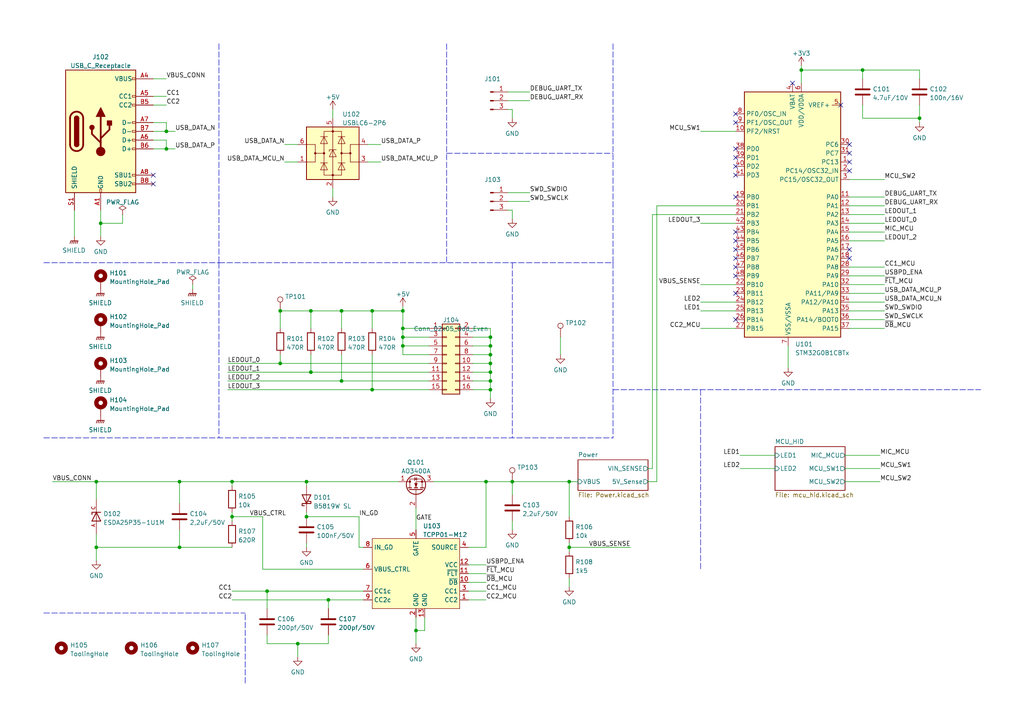
<source format=kicad_sch>
(kicad_sch (version 20211123) (generator eeschema)
  (paper "A4")
  (lib_symbols
    (symbol "Connector:Conn_01x03_Male" (pin_names (offset 1.016) hide)
      (property "Reference" "J" (at 0 5.08 0))
      (property "Value" "Conn_01x03_Male" (at 0 -5.08 0))
      (symbol "Conn_01x03_Male_1_1"
        (polyline (pts (xy 1.27 -2.54) (xy 0.8636 -2.54)) (stroke (width 0.1524)))
        (polyline (pts (xy 1.27 0) (xy 0.8636 0)) (stroke (width 0.1524)))
        (polyline (pts (xy 1.27 2.54) (xy 0.8636 2.54)) (stroke (width 0.1524)))
        (rectangle (start 0.8636 -2.413) (end 0 -2.667) (stroke (width 0.1524)) (fill (type outline)))
        (rectangle (start 0.8636 0.127) (end 0 -0.127) (stroke (width 0.1524)) (fill (type outline)))
        (rectangle (start 0.8636 2.667) (end 0 2.413) (stroke (width 0.1524)) (fill (type outline)))
        (pin passive line (at 5.08 2.54 180) (length 3.81) (name "Pin_1") (number "1"))
        (pin passive line (at 5.08 0 180) (length 3.81) (name "Pin_2") (number "2"))
        (pin passive line (at 5.08 -2.54 180) (length 3.81) (name "Pin_3") (number "3"))
      )
    )
    (symbol "Connector:TestPoint" (pin_numbers hide) (pin_names (offset 0.762) hide)
      (property "Reference" "TP" (at 0 6.858 0))
      (property "Value" "TestPoint" (at 0 5.08 0))
      (symbol "TestPoint_0_1"
        (circle (center 0 3.302) (radius 0.762))
      )
      (symbol "TestPoint_1_1"
        (pin passive line (at 0 0 90) (length 2.54) (name "1") (number "1"))
      )
    )
    (symbol "Connector:USB_C_Receptacle_USB2.0" (pin_names (offset 1.016))
      (property "Reference" "J" (at -10.16 19.05 0))
      (property "Value" "USB_C_Receptacle_USB2.0" (at 19.05 19.05 0))
      (symbol "USB_C_Receptacle_USB2.0_0_0"
        (rectangle (start -0.254 -17.78) (end 0.254 -16.764))
        (rectangle (start 10.16 -14.986) (end 9.144 -15.494))
        (rectangle (start 10.16 -12.446) (end 9.144 -12.954))
        (rectangle (start 10.16 -4.826) (end 9.144 -5.334))
        (rectangle (start 10.16 -2.286) (end 9.144 -2.794))
        (rectangle (start 10.16 0.254) (end 9.144 -0.254))
        (rectangle (start 10.16 2.794) (end 9.144 2.286))
        (rectangle (start 10.16 7.874) (end 9.144 7.366))
        (rectangle (start 10.16 10.414) (end 9.144 9.906))
        (rectangle (start 10.16 15.494) (end 9.144 14.986))
      )
      (symbol "USB_C_Receptacle_USB2.0_0_1"
        (rectangle (start -10.16 17.78) (end 10.16 -17.78) (stroke (width 0.254)) (fill (type background)))
        (arc (start -8.89 -3.81) (mid -6.985 -5.715) (end -5.08 -3.81) (stroke (width 0.508)))
        (arc (start -7.62 -3.81) (mid -6.985 -4.445) (end -6.35 -3.81) (stroke (width 0.254)))
        (arc (start -7.62 -3.81) (mid -6.985 -4.445) (end -6.35 -3.81) (stroke (width 0.254)) (fill (type outline)))
        (rectangle (start -7.62 -3.81) (end -6.35 3.81) (stroke (width 0.254)) (fill (type outline)))
        (arc (start -6.35 3.81) (mid -6.985 4.445) (end -7.62 3.81) (stroke (width 0.254)))
        (arc (start -6.35 3.81) (mid -6.985 4.445) (end -7.62 3.81) (stroke (width 0.254)) (fill (type outline)))
        (arc (start -5.08 3.81) (mid -6.985 5.715) (end -8.89 3.81) (stroke (width 0.508)))
        (circle (center -2.54 1.143) (radius 0.635) (stroke (width 0.254)) (fill (type outline)))
        (circle (center 0 -5.842) (radius 1.27) (fill (type outline)))
        (polyline (pts (xy -8.89 -3.81) (xy -8.89 3.81)) (stroke (width 0.508)))
        (polyline (pts (xy -5.08 3.81) (xy -5.08 -3.81)) (stroke (width 0.508)))
        (polyline (pts (xy 0 -5.842) (xy 0 4.318)) (stroke (width 0.508)))
        (polyline (pts (xy 0 -3.302) (xy -2.54 -0.762) (xy -2.54 0.508)) (stroke (width 0.508)))
        (polyline (pts (xy 0 -2.032) (xy 2.54 0.508) (xy 2.54 1.778)) (stroke (width 0.508)))
        (polyline (pts (xy -1.27 4.318) (xy 0 6.858) (xy 1.27 4.318) (xy -1.27 4.318)) (stroke (width 0.254)) (fill (type outline)))
        (rectangle (start 1.905 1.778) (end 3.175 3.048) (stroke (width 0.254)) (fill (type outline)))
      )
      (symbol "USB_C_Receptacle_USB2.0_1_1"
        (pin passive line (at 0 -22.86 90) (length 5.08) (name "GND") (number "A1"))
        (pin passive line (at 0 -22.86 90) (length 5.08) hide (name "GND") (number "A12"))
        (pin passive line (at 15.24 15.24 180) (length 5.08) (name "VBUS") (number "A4"))
        (pin bidirectional line (at 15.24 10.16 180) (length 5.08) (name "CC1") (number "A5"))
        (pin bidirectional line (at 15.24 -2.54 180) (length 5.08) (name "D+") (number "A6"))
        (pin bidirectional line (at 15.24 2.54 180) (length 5.08) (name "D-") (number "A7"))
        (pin bidirectional line (at 15.24 -12.7 180) (length 5.08) (name "SBU1") (number "A8"))
        (pin passive line (at 15.24 15.24 180) (length 5.08) hide (name "VBUS") (number "A9"))
        (pin passive line (at 0 -22.86 90) (length 5.08) hide (name "GND") (number "B1"))
        (pin passive line (at 0 -22.86 90) (length 5.08) hide (name "GND") (number "B12"))
        (pin passive line (at 15.24 15.24 180) (length 5.08) hide (name "VBUS") (number "B4"))
        (pin bidirectional line (at 15.24 7.62 180) (length 5.08) (name "CC2") (number "B5"))
        (pin bidirectional line (at 15.24 -5.08 180) (length 5.08) (name "D+") (number "B6"))
        (pin bidirectional line (at 15.24 0 180) (length 5.08) (name "D-") (number "B7"))
        (pin bidirectional line (at 15.24 -15.24 180) (length 5.08) (name "SBU2") (number "B8"))
        (pin passive line (at 15.24 15.24 180) (length 5.08) hide (name "VBUS") (number "B9"))
        (pin passive line (at -7.62 -22.86 90) (length 5.08) (name "SHIELD") (number "S1"))
      )
    )
    (symbol "Connector_Generic:Conn_02x08_Odd_Even" (pin_names (offset 1.016) hide)
      (property "Reference" "J" (at 1.27 10.16 0))
      (property "Value" "Conn_02x08_Odd_Even" (at 1.27 -12.7 0))
      (symbol "Conn_02x08_Odd_Even_1_1"
        (rectangle (start -1.27 -10.033) (end 0 -10.287) (stroke (width 0.1524)))
        (rectangle (start -1.27 -7.493) (end 0 -7.747) (stroke (width 0.1524)))
        (rectangle (start -1.27 -4.953) (end 0 -5.207) (stroke (width 0.1524)))
        (rectangle (start -1.27 -2.413) (end 0 -2.667) (stroke (width 0.1524)))
        (rectangle (start -1.27 0.127) (end 0 -0.127) (stroke (width 0.1524)))
        (rectangle (start -1.27 2.667) (end 0 2.413) (stroke (width 0.1524)))
        (rectangle (start -1.27 5.207) (end 0 4.953) (stroke (width 0.1524)))
        (rectangle (start -1.27 7.747) (end 0 7.493) (stroke (width 0.1524)))
        (rectangle (start -1.27 8.89) (end 3.81 -11.43) (stroke (width 0.254)) (fill (type background)))
        (rectangle (start 3.81 -10.033) (end 2.54 -10.287) (stroke (width 0.1524)))
        (rectangle (start 3.81 -7.493) (end 2.54 -7.747) (stroke (width 0.1524)))
        (rectangle (start 3.81 -4.953) (end 2.54 -5.207) (stroke (width 0.1524)))
        (rectangle (start 3.81 -2.413) (end 2.54 -2.667) (stroke (width 0.1524)))
        (rectangle (start 3.81 0.127) (end 2.54 -0.127) (stroke (width 0.1524)))
        (rectangle (start 3.81 2.667) (end 2.54 2.413) (stroke (width 0.1524)))
        (rectangle (start 3.81 5.207) (end 2.54 4.953) (stroke (width 0.1524)))
        (rectangle (start 3.81 7.747) (end 2.54 7.493) (stroke (width 0.1524)))
        (pin passive line (at -5.08 7.62 0) (length 3.81) (name "Pin_1") (number "1"))
        (pin passive line (at 7.62 -2.54 180) (length 3.81) (name "Pin_10") (number "10"))
        (pin passive line (at -5.08 -5.08 0) (length 3.81) (name "Pin_11") (number "11"))
        (pin passive line (at 7.62 -5.08 180) (length 3.81) (name "Pin_12") (number "12"))
        (pin passive line (at -5.08 -7.62 0) (length 3.81) (name "Pin_13") (number "13"))
        (pin passive line (at 7.62 -7.62 180) (length 3.81) (name "Pin_14") (number "14"))
        (pin passive line (at -5.08 -10.16 0) (length 3.81) (name "Pin_15") (number "15"))
        (pin passive line (at 7.62 -10.16 180) (length 3.81) (name "Pin_16") (number "16"))
        (pin passive line (at 7.62 7.62 180) (length 3.81) (name "Pin_2") (number "2"))
        (pin passive line (at -5.08 5.08 0) (length 3.81) (name "Pin_3") (number "3"))
        (pin passive line (at 7.62 5.08 180) (length 3.81) (name "Pin_4") (number "4"))
        (pin passive line (at -5.08 2.54 0) (length 3.81) (name "Pin_5") (number "5"))
        (pin passive line (at 7.62 2.54 180) (length 3.81) (name "Pin_6") (number "6"))
        (pin passive line (at -5.08 0 0) (length 3.81) (name "Pin_7") (number "7"))
        (pin passive line (at 7.62 0 180) (length 3.81) (name "Pin_8") (number "8"))
        (pin passive line (at -5.08 -2.54 0) (length 3.81) (name "Pin_9") (number "9"))
      )
    )
    (symbol "Device:C" (pin_numbers hide) (pin_names (offset 0.254))
      (property "Reference" "C" (at 0.635 2.54 0))
      (property "Value" "C" (at 0.635 -2.54 0))
      (symbol "C_0_1"
        (polyline (pts (xy -2.032 -0.762) (xy 2.032 -0.762)) (stroke (width 0.508)))
        (polyline (pts (xy -2.032 0.762) (xy 2.032 0.762)) (stroke (width 0.508)))
      )
      (symbol "C_1_1"
        (pin passive line (at 0 3.81 270) (length 2.794) (name "~") (number "1"))
        (pin passive line (at 0 -3.81 90) (length 2.794) (name "~") (number "2"))
      )
    )
    (symbol "Device:D_Schottky" (pin_numbers hide) (pin_names (offset 1.016) hide)
      (property "Reference" "D" (at 0 2.54 0))
      (property "Value" "D_Schottky" (at 0 -2.54 0))
      (symbol "D_Schottky_0_1"
        (polyline (pts (xy 1.27 0) (xy -1.27 0)))
        (polyline (pts (xy 1.27 1.27) (xy 1.27 -1.27) (xy -1.27 0) (xy 1.27 1.27)) (stroke (width 0.254)))
        (polyline (pts (xy -1.905 0.635) (xy -1.905 1.27) (xy -1.27 1.27) (xy -1.27 -1.27) (xy -0.635 -1.27) (xy -0.635 -0.635)) (stroke (width 0.254)))
      )
      (symbol "D_Schottky_1_1"
        (pin passive line (at -3.81 0 0) (length 2.54) (name "K") (number "1"))
        (pin passive line (at 3.81 0 180) (length 2.54) (name "A") (number "2"))
      )
    )
    (symbol "Device:Q_NMOS_DGS" (pin_names (offset 0) hide)
      (property "Reference" "Q" (at 5.08 1.27 0))
      (property "Value" "Q_NMOS_DGS" (at 5.08 -1.27 0))
      (symbol "Q_NMOS_DGS_0_1"
        (polyline (pts (xy 0.254 0) (xy -2.54 0)))
        (polyline (pts (xy 0.254 1.905) (xy 0.254 -1.905)) (stroke (width 0.254)))
        (polyline (pts (xy 0.762 -1.27) (xy 0.762 -2.286)) (stroke (width 0.254)))
        (polyline (pts (xy 0.762 0.508) (xy 0.762 -0.508)) (stroke (width 0.254)))
        (polyline (pts (xy 0.762 2.286) (xy 0.762 1.27)) (stroke (width 0.254)))
        (polyline (pts (xy 2.54 2.54) (xy 2.54 1.778)))
        (polyline (pts (xy 2.54 -2.54) (xy 2.54 0) (xy 0.762 0)))
        (polyline (pts (xy 0.762 -1.778) (xy 3.302 -1.778) (xy 3.302 1.778) (xy 0.762 1.778)))
        (polyline (pts (xy 1.016 0) (xy 2.032 0.381) (xy 2.032 -0.381) (xy 1.016 0)) (fill (type outline)))
        (polyline (pts (xy 2.794 0.508) (xy 2.921 0.381) (xy 3.683 0.381) (xy 3.81 0.254)))
        (polyline (pts (xy 3.302 0.381) (xy 2.921 -0.254) (xy 3.683 -0.254) (xy 3.302 0.381)))
        (circle (center 1.651 0) (radius 2.794) (stroke (width 0.254)))
        (circle (center 2.54 -1.778) (radius 0.254) (fill (type outline)))
        (circle (center 2.54 1.778) (radius 0.254) (fill (type outline)))
      )
      (symbol "Q_NMOS_DGS_1_1"
        (pin passive line (at 2.54 5.08 270) (length 2.54) (name "D") (number "1"))
        (pin input line (at -5.08 0 0) (length 2.54) (name "G") (number "2"))
        (pin passive line (at 2.54 -5.08 90) (length 2.54) (name "S") (number "3"))
      )
    )
    (symbol "Device:R" (pin_numbers hide) (pin_names (offset 0))
      (property "Reference" "R" (at 2.032 0 90))
      (property "Value" "R" (at 0 0 90))
      (symbol "R_0_1"
        (rectangle (start -1.016 -2.54) (end 1.016 2.54) (stroke (width 0.254)))
      )
      (symbol "R_1_1"
        (pin passive line (at 0 3.81 270) (length 1.27) (name "~") (number "1"))
        (pin passive line (at 0 -3.81 90) (length 1.27) (name "~") (number "2"))
      )
    )
    (symbol "Mechanical:MountingHole" (pin_names (offset 1.016))
      (property "Reference" "H" (at 0 5.08 0))
      (property "Value" "MountingHole" (at 0 3.175 0))
      (symbol "MountingHole_0_1"
        (circle (center 0 0) (radius 1.27) (stroke (width 1.27)))
      )
    )
    (symbol "Mechanical:MountingHole_Pad" (pin_numbers hide) (pin_names (offset 1.016) hide)
      (property "Reference" "H" (at 0 6.35 0))
      (property "Value" "MountingHole_Pad" (at 0 4.445 0))
      (symbol "MountingHole_Pad_0_1"
        (circle (center 0 1.27) (radius 1.27) (stroke (width 1.27)))
      )
      (symbol "MountingHole_Pad_1_1"
        (pin input line (at 0 -2.54 90) (length 2.54) (name "1") (number "1"))
      )
    )
    (symbol "Power_Protection:USBLC6-2P6" (pin_names hide)
      (property "Reference" "U" (at 2.54 8.89 0))
      (property "Value" "USBLC6-2P6" (at 2.54 -8.89 0))
      (symbol "USBLC6-2P6_0_1"
        (rectangle (start -7.62 -7.62) (end 7.62 7.62) (stroke (width 0.254)) (fill (type background)))
        (circle (center -5.08 0) (radius 0.254) (fill (type outline)))
        (circle (center -2.54 0) (radius 0.254) (fill (type outline)))
        (rectangle (start -2.54 6.35) (end 2.54 -6.35))
        (circle (center 0 -6.35) (radius 0.254) (fill (type outline)))
        (polyline (pts (xy -5.08 -2.54) (xy -7.62 -2.54)))
        (polyline (pts (xy -5.08 0) (xy -5.08 -2.54)))
        (polyline (pts (xy -5.08 2.54) (xy -7.62 2.54)))
        (polyline (pts (xy -1.524 -2.794) (xy -3.556 -2.794)))
        (polyline (pts (xy -1.524 4.826) (xy -3.556 4.826)))
        (polyline (pts (xy 0 -7.62) (xy 0 -6.35)))
        (polyline (pts (xy 0 -6.35) (xy 0 1.27)))
        (polyline (pts (xy 0 1.27) (xy 0 6.35)))
        (polyline (pts (xy 0 6.35) (xy 0 7.62)))
        (polyline (pts (xy 1.524 -2.794) (xy 3.556 -2.794)))
        (polyline (pts (xy 1.524 4.826) (xy 3.556 4.826)))
        (polyline (pts (xy 5.08 -2.54) (xy 7.62 -2.54)))
        (polyline (pts (xy 5.08 0) (xy 5.08 -2.54)))
        (polyline (pts (xy 5.08 2.54) (xy 7.62 2.54)))
        (polyline (pts (xy -2.54 0) (xy -5.08 0) (xy -5.08 2.54)))
        (polyline (pts (xy 2.54 0) (xy 5.08 0) (xy 5.08 2.54)))
        (polyline (pts (xy -3.556 -4.826) (xy -1.524 -4.826) (xy -2.54 -2.794) (xy -3.556 -4.826)))
        (polyline (pts (xy -3.556 2.794) (xy -1.524 2.794) (xy -2.54 4.826) (xy -3.556 2.794)))
        (polyline (pts (xy -1.016 -1.016) (xy 1.016 -1.016) (xy 0 1.016) (xy -1.016 -1.016)))
        (polyline (pts (xy 1.016 1.016) (xy 0.762 1.016) (xy -1.016 1.016) (xy -1.016 0.508)))
        (polyline (pts (xy 3.556 -4.826) (xy 1.524 -4.826) (xy 2.54 -2.794) (xy 3.556 -4.826)))
        (polyline (pts (xy 3.556 2.794) (xy 1.524 2.794) (xy 2.54 4.826) (xy 3.556 2.794)))
        (circle (center 0 6.35) (radius 0.254) (fill (type outline)))
        (circle (center 2.54 0) (radius 0.254) (fill (type outline)))
        (circle (center 5.08 0) (radius 0.254) (fill (type outline)))
      )
      (symbol "USBLC6-2P6_1_1"
        (pin passive line (at -10.16 -2.54 0) (length 2.54) (name "I/O1") (number "1"))
        (pin passive line (at 0 -10.16 90) (length 2.54) (name "GND") (number "2"))
        (pin passive line (at 10.16 -2.54 180) (length 2.54) (name "I/O2") (number "3"))
        (pin passive line (at 10.16 2.54 180) (length 2.54) (name "I/O2") (number "4"))
        (pin passive line (at 0 10.16 270) (length 2.54) (name "VBUS") (number "5"))
        (pin passive line (at -10.16 2.54 0) (length 2.54) (name "I/O1") (number "6"))
      )
    )
    (symbol "Skrooter_symbols:ESDA25P35-1U1M" (pin_names (offset 1.016))
      (property "Reference" "D" (at -5.0835 2.4159 0))
      (property "Value" "ESDA25P35-1U1M" (at -5.0854 -4.9611 0))
      (symbol "ESDA25P35-1U1M_0_0"
        (polyline (pts (xy -1.27 -1.27) (xy -1.27 0)) (stroke (width 0.254)))
        (polyline (pts (xy -1.27 0) (xy -1.27 1.27)) (stroke (width 0.254)))
        (polyline (pts (xy -1.27 0) (xy 1.27 -1.27)) (stroke (width 0.254)))
        (polyline (pts (xy -0.635 -1.27) (xy -1.27 -1.27)) (stroke (width 0.254)))
        (polyline (pts (xy 1.27 -1.27) (xy 1.27 1.27)) (stroke (width 0.254)))
        (polyline (pts (xy 1.27 1.27) (xy -1.27 0)) (stroke (width 0.254)))
        (pin passive line (at 5.08 0 180) (length 5.08) (name "~") (number "A"))
        (pin passive line (at -5.08 0 0) (length 5.08) (name "~") (number "C"))
      )
    )
    (symbol "Skrooter_symbols:SHIELD" (power) (pin_names (offset 0))
      (property "Value" "SHIELD" (at 0 -3.302 0))
      (symbol "SHIELD_0_1"
        (polyline (pts (xy 0 -1.27) (xy 0 0)))
        (polyline (pts (xy -1.016 -1.27) (xy -1.27 -2.032) (xy -1.27 -2.032)) (stroke (width 0.2032)))
        (polyline (pts (xy -0.508 -1.27) (xy -0.762 -2.032) (xy -0.762 -2.032)) (stroke (width 0.2032)))
        (polyline (pts (xy 0 -1.27) (xy -0.254 -2.032) (xy -0.254 -2.032)) (stroke (width 0.2032)))
        (polyline (pts (xy 0.508 -1.27) (xy 0.254 -2.032) (xy 0.254 -2.032)) (stroke (width 0.2032)))
        (polyline (pts (xy 1.016 -1.27) (xy -1.016 -1.27) (xy -1.016 -1.27)) (stroke (width 0.2032)))
        (polyline (pts (xy 1.016 -1.27) (xy 0.762 -2.032) (xy 0.762 -2.032) (xy 0.762 -2.032)) (stroke (width 0.2032)))
      )
      (symbol "SHIELD_1_1"
        (pin power_in line (at 0 0 270) (length 0) hide (name "SHIELD") (number "1"))
      )
    )
    (symbol "Skrooter_symbols:STM32G0B1CBTx"
      (property "Reference" "U" (at -22.86 -72.39 0))
      (property "Value" "STM32G0B1CBTx" (at -20.32 2.54 0))
      (symbol "STM32G0B1CBTx_0_1"
        (rectangle (start -22.86 -71.12) (end 5.08 0) (stroke (width 0.254)) (fill (type background)))
      )
      (symbol "STM32G0B1CBTx_1_1"
        (pin bidirectional line (at 7.62 -20.32 180) (length 2.54) (name "PC13") (number "1"))
        (pin input line (at -25.4 -11.43 0) (length 2.54) (name "PF2/NRST") (number "10"))
        (pin bidirectional line (at 7.62 -30.48 180) (length 2.54) (name "PA0") (number "11"))
        (pin bidirectional line (at 7.62 -33.02 180) (length 2.54) (name "PA1") (number "12"))
        (pin bidirectional line (at 7.62 -35.56 180) (length 2.54) (name "PA2") (number "13"))
        (pin bidirectional line (at 7.62 -38.1 180) (length 2.54) (name "PA3") (number "14"))
        (pin bidirectional line (at 7.62 -40.64 180) (length 2.54) (name "PA4") (number "15"))
        (pin bidirectional line (at 7.62 -43.18 180) (length 2.54) (name "PA5") (number "16"))
        (pin bidirectional line (at 7.62 -45.72 180) (length 2.54) (name "PA6") (number "17"))
        (pin bidirectional line (at 7.62 -48.26 180) (length 2.54) (name "PA7") (number "18"))
        (pin bidirectional line (at -25.4 -30.48 0) (length 2.54) (name "PB0") (number "19"))
        (pin bidirectional line (at 7.62 -22.86 180) (length 2.54) (name "PC14/OSC32_IN") (number "2"))
        (pin bidirectional line (at -25.4 -33.02 0) (length 2.54) (name "PB1") (number "20"))
        (pin bidirectional line (at -25.4 -35.56 0) (length 2.54) (name "PB2") (number "21"))
        (pin bidirectional line (at -25.4 -55.88 0) (length 2.54) (name "PB10") (number "22"))
        (pin bidirectional line (at -25.4 -58.42 0) (length 2.54) (name "PB11") (number "23"))
        (pin bidirectional line (at -25.4 -60.96 0) (length 2.54) (name "PB12") (number "24"))
        (pin bidirectional line (at -25.4 -63.5 0) (length 2.54) (name "PB13") (number "25"))
        (pin bidirectional line (at -25.4 -66.04 0) (length 2.54) (name "PB14") (number "26"))
        (pin bidirectional line (at -25.4 -68.58 0) (length 2.54) (name "PB15") (number "27"))
        (pin bidirectional line (at 7.62 -50.8 180) (length 2.54) (name "PA8") (number "28"))
        (pin bidirectional line (at 7.62 -53.34 180) (length 2.54) (name "PA9") (number "29"))
        (pin bidirectional line (at 7.62 -25.4 180) (length 2.54) (name "PC15/OSC32_OUT") (number "3"))
        (pin bidirectional line (at 7.62 -15.24 180) (length 2.54) (name "PC6") (number "30"))
        (pin bidirectional line (at 7.62 -17.78 180) (length 2.54) (name "PC7") (number "31"))
        (pin bidirectional line (at 7.62 -55.88 180) (length 2.54) (name "PA10") (number "32"))
        (pin bidirectional line (at 7.62 -58.42 180) (length 2.54) (name "PA11/PA9") (number "33"))
        (pin bidirectional line (at 7.62 -60.96 180) (length 2.54) (name "PA12/PA10") (number "34"))
        (pin bidirectional line (at 7.62 -63.5 180) (length 2.54) (name "PA13") (number "35"))
        (pin bidirectional line (at 7.62 -66.04 180) (length 2.54) (name "PA14/BOOT0") (number "36"))
        (pin bidirectional line (at 7.62 -68.58 180) (length 2.54) (name "PA15") (number "37"))
        (pin bidirectional line (at -25.4 -16.51 0) (length 2.54) (name "PD0") (number "38"))
        (pin bidirectional line (at -25.4 -19.05 0) (length 2.54) (name "PD1") (number "39"))
        (pin power_in line (at -8.89 2.54 270) (length 2.54) (name "VBAT") (number "4"))
        (pin bidirectional line (at -25.4 -21.59 0) (length 2.54) (name "PD2") (number "40"))
        (pin bidirectional line (at -25.4 -24.13 0) (length 2.54) (name "PD3") (number "41"))
        (pin bidirectional line (at -25.4 -38.1 0) (length 2.54) (name "PB3") (number "42"))
        (pin bidirectional line (at -25.4 -40.64 0) (length 2.54) (name "PB4") (number "43"))
        (pin bidirectional line (at -25.4 -43.18 0) (length 2.54) (name "PB5") (number "44"))
        (pin bidirectional line (at -25.4 -45.72 0) (length 2.54) (name "PB6") (number "45"))
        (pin bidirectional line (at -25.4 -48.26 0) (length 2.54) (name "PB7") (number "46"))
        (pin bidirectional line (at -25.4 -50.8 0) (length 2.54) (name "PB8") (number "47"))
        (pin bidirectional line (at -25.4 -53.34 0) (length 2.54) (name "PB9") (number "48"))
        (pin bidirectional line (at 5.08 -3.81 180) (length 2.54) (name "VREF+") (number "5"))
        (pin power_in line (at -6.35 2.54 270) (length 2.54) (name "VDD/VDDA") (number "6"))
        (pin power_in line (at -10.16 -73.66 90) (length 2.54) (name "VSS/VSSA") (number "7"))
        (pin input line (at -25.4 -6.35 0) (length 2.54) (name "PF0/OSC_IN") (number "8"))
        (pin input line (at -25.4 -8.89 0) (length 2.54) (name "PF1/OSC_OUT") (number "9"))
      )
    )
    (symbol "Skrooter_symbols:TCPP01-M12"
      (property "Reference" "U" (at -11.43 1.27 0))
      (property "Value" "TCPP01-M12" (at 7.62 1.27 0))
      (symbol "TCPP01-M12_0_1"
        (rectangle (start -12.7 0) (end 12.7 -20.32) (stroke (width 0.1524)) (fill (type background)))
      )
      (symbol "TCPP01-M12_1_1"
        (pin bidirectional line (at 15.24 -17.78 180) (length 2.54) (name "CC2") (number "1"))
        (pin input line (at 15.24 -12.7 180) (length 2.54) (name "~{DB}") (number "10"))
        (pin output line (at 15.24 -10.16 180) (length 2.54) (name "~{FLT}") (number "11"))
        (pin input line (at 15.24 -7.62 180) (length 2.54) (name "VCC") (number "12"))
        (pin power_in line (at 2.54 -22.86 90) (length 2.54) (name "GND") (number "13"))
        (pin power_in line (at 0 -22.86 90) (length 2.54) (name "GND") (number "2"))
        (pin bidirectional line (at 15.24 -15.24 180) (length 2.54) (name "CC1") (number "3"))
        (pin input line (at 15.24 -2.54 180) (length 2.54) (name "SOURCE") (number "4"))
        (pin output line (at 0 2.54 270) (length 2.54) (name "GATE") (number "5"))
        (pin input line (at -15.24 -8.89 0) (length 2.54) (name "VBUS_CTRL") (number "6"))
        (pin bidirectional line (at -15.24 -15.24 0) (length 2.54) (name "CC1c") (number "7"))
        (pin input line (at -15.24 -2.54 0) (length 2.54) (name "IN_GD") (number "8"))
        (pin bidirectional line (at -15.24 -17.78 0) (length 2.54) (name "CC2c") (number "9"))
      )
    )
    (symbol "power:+3V3" (power) (pin_names (offset 0))
      (property "Value" "+3V3" (at 0 3.556 0))
      (symbol "+3V3_0_1"
        (polyline (pts (xy -0.762 1.27) (xy 0 2.54)))
        (polyline (pts (xy 0 0) (xy 0 2.54)))
        (polyline (pts (xy 0 2.54) (xy 0.762 1.27)))
      )
      (symbol "+3V3_1_1"
        (pin power_in line (at 0 0 90) (length 0) hide (name "+3V3") (number "1"))
      )
    )
    (symbol "power:+5V" (power) (pin_names (offset 0))
      (property "Value" "+5V" (at 0 3.556 0))
      (symbol "+5V_0_1"
        (polyline (pts (xy -0.762 1.27) (xy 0 2.54)))
        (polyline (pts (xy 0 0) (xy 0 2.54)))
        (polyline (pts (xy 0 2.54) (xy 0.762 1.27)))
      )
      (symbol "+5V_1_1"
        (pin power_in line (at 0 0 90) (length 0) hide (name "+5V") (number "1"))
      )
    )
    (symbol "power:GND" (power) (pin_names (offset 0))
      (property "Value" "GND" (at 0 -3.81 0))
      (symbol "GND_0_1"
        (polyline (pts (xy 0 0) (xy 0 -1.27) (xy 1.27 -1.27) (xy 0 -2.54) (xy -1.27 -1.27) (xy 0 -1.27)))
      )
      (symbol "GND_1_1"
        (pin power_in line (at 0 0 270) (length 0) hide (name "GND") (number "1"))
      )
    )
    (symbol "power:PWR_FLAG" (power) (pin_numbers hide) (pin_names (offset 0) hide)
      (property "Value" "PWR_FLAG" (at 0 3.81 0))
      (symbol "PWR_FLAG_0_0"
        (pin power_out line (at 0 0 90) (length 0) (name "pwr") (number "1"))
      )
      (symbol "PWR_FLAG_0_1"
        (polyline (pts (xy 0 0) (xy 0 1.27) (xy -1.016 1.905) (xy 0 2.54) (xy 1.016 1.905) (xy 0 1.27)))
      )
    )
  )
  (junction (at 116.84 90.17))
  (junction (at 165.1 158.75))
  (junction (at 48.26 38.1))
  (junction (at 250.19 20.32))
  (junction (at 86.36 186.69))
  (junction (at 99.06 90.17))
  (junction (at 99.06 110.49))
  (junction (at 142.24 107.95))
  (junction (at 140.97 139.7))
  (junction (at 88.9 149.86))
  (junction (at 81.28 105.41))
  (junction (at 88.9 139.7))
  (junction (at 232.41 20.32))
  (junction (at 165.1 139.7))
  (junction (at 266.7 34.29))
  (junction (at 27.94 158.75))
  (junction (at 90.17 107.95))
  (junction (at 120.65 182.88))
  (junction (at 142.24 105.41))
  (junction (at 107.95 90.17))
  (junction (at 95.25 173.99))
  (junction (at 67.31 149.86))
  (junction (at 52.07 158.75))
  (junction (at 142.24 110.49))
  (junction (at 142.24 113.03))
  (junction (at 90.17 90.17))
  (junction (at 116.84 100.33))
  (junction (at 52.07 139.7))
  (junction (at 142.24 100.33))
  (junction (at 116.84 97.79))
  (junction (at 29.21 64.77))
  (junction (at 107.95 113.03))
  (junction (at 148.59 139.7))
  (junction (at 67.31 139.7))
  (junction (at 116.84 95.25))
  (junction (at 142.24 97.79))
  (junction (at 48.26 43.18))
  (junction (at 81.28 90.17))
  (junction (at 142.24 102.87))
  (junction (at 77.47 171.45))
  (junction (at 27.94 139.7))
  (no_connect (at 213.36 85.09))
  (no_connect (at 246.38 74.93))
  (no_connect (at 213.36 48.26))
  (no_connect (at 44.45 50.8))
  (no_connect (at 213.36 43.18))
  (no_connect (at 246.38 44.45))
  (no_connect (at 213.36 80.01))
  (no_connect (at 213.36 74.93))
  (no_connect (at 213.36 57.15))
  (no_connect (at 246.38 46.99))
  (no_connect (at 246.38 49.53))
  (no_connect (at 246.38 72.39))
  (no_connect (at 213.36 67.31))
  (no_connect (at 213.36 45.72))
  (no_connect (at 213.36 33.02))
  (no_connect (at 213.36 77.47))
  (no_connect (at 213.36 92.71))
  (no_connect (at 213.36 72.39))
  (no_connect (at 229.87 24.13))
  (no_connect (at 44.45 53.34))
  (no_connect (at 213.36 50.8))
  (no_connect (at 213.36 69.85))
  (no_connect (at 213.36 35.56))
  (no_connect (at 246.38 41.91))
  (no_connect (at 243.84 30.48))
  (wire (pts (xy 44.45 40.64) (xy 48.26 40.64)))
  (wire (pts (xy 27.94 154.94) (xy 27.94 158.75)))
  (wire (pts (xy 245.11 139.7) (xy 255.27 139.7)))
  (wire (pts (xy 107.95 113.03) (xy 124.46 113.03)))
  (wire (pts (xy 48.26 27.94) (xy 44.45 27.94)))
  (wire (pts (xy 246.38 85.09) (xy 256.54 85.09)))
  (wire (pts (xy 232.41 20.32) (xy 232.41 24.13)))
  (wire (pts (xy 142.24 105.41) (xy 142.24 107.95)))
  (wire (pts (xy 190.5 59.69) (xy 190.5 139.7)))
  (wire (pts (xy 246.38 64.77) (xy 256.54 64.77)))
  (wire (pts (xy 142.24 110.49) (xy 142.24 113.03)))
  (wire (pts (xy 52.07 153.67) (xy 52.07 158.75)))
  (wire (pts (xy 148.59 139.7) (xy 165.1 139.7)))
  (wire (pts (xy 29.21 64.77) (xy 35.56 64.77)))
  (wire (pts (xy 120.65 147.32) (xy 120.65 153.67)))
  (wire (pts (xy 77.47 186.69) (xy 77.47 184.15)))
  (wire (pts (xy 99.06 90.17) (xy 99.06 95.25)))
  (wire (pts (xy 165.1 139.7) (xy 167.64 139.7)))
  (wire (pts (xy 77.47 171.45) (xy 105.41 171.45)))
  (wire (pts (xy 213.36 38.1) (xy 203.2 38.1)))
  (wire (pts (xy 250.19 20.32) (xy 250.19 22.86)))
  (wire (pts (xy 116.84 95.25) (xy 116.84 97.79)))
  (wire (pts (xy 96.52 54.61) (xy 96.52 57.15)))
  (wire (pts (xy 165.1 167.64) (xy 165.1 170.18)))
  (wire (pts (xy 203.2 95.25) (xy 213.36 95.25)))
  (wire (pts (xy 213.36 64.77) (xy 203.2 64.77)))
  (wire (pts (xy 88.9 139.7) (xy 88.9 140.97)))
  (wire (pts (xy 213.36 82.55) (xy 203.2 82.55)))
  (wire (pts (xy 148.59 60.96) (xy 148.59 63.5)))
  (wire (pts (xy 140.97 139.7) (xy 148.59 139.7)))
  (wire (pts (xy 48.26 30.48) (xy 44.45 30.48)))
  (wire (pts (xy 135.89 168.91) (xy 140.97 168.91)))
  (wire (pts (xy 67.31 149.86) (xy 67.31 151.13)))
  (wire (pts (xy 147.32 55.88) (xy 153.67 55.88)))
  (wire (pts (xy 21.59 60.96) (xy 21.59 68.58)))
  (wire (pts (xy 120.65 182.88) (xy 123.19 182.88)))
  (wire (pts (xy 137.16 95.25) (xy 142.24 95.25)))
  (wire (pts (xy 148.59 31.75) (xy 148.59 34.29)))
  (wire (pts (xy 27.94 162.56) (xy 27.94 158.75)))
  (wire (pts (xy 52.07 139.7) (xy 52.07 146.05)))
  (wire (pts (xy 250.19 20.32) (xy 266.7 20.32)))
  (wire (pts (xy 99.06 102.87) (xy 99.06 110.49)))
  (wire (pts (xy 82.55 46.99) (xy 86.36 46.99)))
  (wire (pts (xy 67.31 139.7) (xy 67.31 140.97)))
  (wire (pts (xy 137.16 107.95) (xy 142.24 107.95)))
  (wire (pts (xy 81.28 90.17) (xy 81.28 95.25)))
  (wire (pts (xy 137.16 110.49) (xy 142.24 110.49)))
  (wire (pts (xy 190.5 139.7) (xy 187.96 139.7)))
  (wire (pts (xy 55.88 83.82) (xy 55.88 82.55)))
  (wire (pts (xy 27.94 158.75) (xy 52.07 158.75)))
  (wire (pts (xy 67.31 173.99) (xy 95.25 173.99)))
  (wire (pts (xy 147.32 60.96) (xy 148.59 60.96)))
  (wire (pts (xy 137.16 105.41) (xy 142.24 105.41)))
  (wire (pts (xy 48.26 43.18) (xy 44.45 43.18)))
  (wire (pts (xy 124.46 97.79) (xy 116.84 97.79)))
  (wire (pts (xy 125.73 139.7) (xy 140.97 139.7)))
  (wire (pts (xy 245.11 135.89) (xy 255.27 135.89)))
  (wire (pts (xy 67.31 139.7) (xy 88.9 139.7)))
  (polyline (pts (xy 177.8 12.7) (xy 177.8 76.2)))
  (wire (pts (xy 213.36 62.23) (xy 189.23 62.23)))
  (polyline (pts (xy 177.8 76.2) (xy 177.8 127)))
  (wire (pts (xy 142.24 107.95) (xy 142.24 110.49)))
  (wire (pts (xy 88.9 149.86) (xy 104.14 149.86)))
  (wire (pts (xy 120.65 182.88) (xy 120.65 186.69)))
  (wire (pts (xy 147.32 29.21) (xy 153.67 29.21)))
  (wire (pts (xy 256.54 59.69) (xy 246.38 59.69)))
  (wire (pts (xy 246.38 52.07) (xy 256.54 52.07)))
  (wire (pts (xy 137.16 102.87) (xy 142.24 102.87)))
  (wire (pts (xy 256.54 62.23) (xy 246.38 62.23)))
  (polyline (pts (xy 129.54 44.45) (xy 177.8 44.45)))
  (polyline (pts (xy 177.8 113.03) (xy 284.48 113.03)))
  (wire (pts (xy 246.38 95.25) (xy 256.54 95.25)))
  (wire (pts (xy 104.14 149.86) (xy 104.14 158.75)))
  (wire (pts (xy 88.9 148.59) (xy 88.9 149.86)))
  (wire (pts (xy 67.31 148.59) (xy 67.31 149.86)))
  (wire (pts (xy 140.97 139.7) (xy 140.97 158.75)))
  (wire (pts (xy 27.94 139.7) (xy 52.07 139.7)))
  (wire (pts (xy 116.84 100.33) (xy 124.46 100.33)))
  (wire (pts (xy 135.89 166.37) (xy 140.97 166.37)))
  (polyline (pts (xy 203.2 113.03) (xy 203.2 165.1)))
  (wire (pts (xy 48.26 38.1) (xy 50.8 38.1)))
  (wire (pts (xy 90.17 90.17) (xy 90.17 95.25)))
  (wire (pts (xy 140.97 158.75) (xy 135.89 158.75)))
  (wire (pts (xy 165.1 139.7) (xy 165.1 149.86)))
  (wire (pts (xy 67.31 149.86) (xy 76.2 149.86)))
  (wire (pts (xy 214.63 132.08) (xy 224.79 132.08)))
  (wire (pts (xy 246.38 87.63) (xy 256.54 87.63)))
  (wire (pts (xy 135.89 173.99) (xy 140.97 173.99)))
  (wire (pts (xy 96.52 31.75) (xy 96.52 34.29)))
  (wire (pts (xy 99.06 90.17) (xy 90.17 90.17)))
  (wire (pts (xy 44.45 38.1) (xy 48.26 38.1)))
  (wire (pts (xy 44.45 35.56) (xy 48.26 35.56)))
  (wire (pts (xy 116.84 102.87) (xy 116.84 100.33)))
  (wire (pts (xy 66.04 107.95) (xy 90.17 107.95)))
  (wire (pts (xy 203.2 87.63) (xy 213.36 87.63)))
  (wire (pts (xy 246.38 69.85) (xy 256.54 69.85)))
  (wire (pts (xy 29.21 64.77) (xy 29.21 68.58)))
  (wire (pts (xy 88.9 139.7) (xy 115.57 139.7)))
  (wire (pts (xy 228.6 100.33) (xy 228.6 106.68)))
  (wire (pts (xy 147.32 31.75) (xy 148.59 31.75)))
  (wire (pts (xy 104.14 158.75) (xy 105.41 158.75)))
  (wire (pts (xy 107.95 90.17) (xy 116.84 90.17)))
  (wire (pts (xy 48.26 35.56) (xy 48.26 38.1)))
  (wire (pts (xy 142.24 100.33) (xy 142.24 102.87)))
  (wire (pts (xy 52.07 158.75) (xy 67.31 158.75)))
  (wire (pts (xy 107.95 95.25) (xy 107.95 90.17)))
  (wire (pts (xy 95.25 173.99) (xy 95.25 176.53)))
  (wire (pts (xy 106.68 46.99) (xy 110.49 46.99)))
  (wire (pts (xy 214.63 135.89) (xy 224.79 135.89)))
  (wire (pts (xy 27.94 139.7) (xy 27.94 144.78)))
  (wire (pts (xy 147.32 26.67) (xy 153.67 26.67)))
  (polyline (pts (xy 12.7 127) (xy 177.8 127)))
  (wire (pts (xy 67.31 171.45) (xy 77.47 171.45)))
  (wire (pts (xy 246.38 77.47) (xy 256.54 77.47)))
  (wire (pts (xy 250.19 34.29) (xy 266.7 34.29)))
  (wire (pts (xy 142.24 102.87) (xy 142.24 105.41)))
  (wire (pts (xy 66.04 110.49) (xy 99.06 110.49)))
  (wire (pts (xy 266.7 35.56) (xy 266.7 34.29)))
  (polyline (pts (xy 12.7 76.2) (xy 63.5 76.2)))
  (wire (pts (xy 148.59 151.13) (xy 148.59 153.67)))
  (wire (pts (xy 99.06 110.49) (xy 124.46 110.49)))
  (wire (pts (xy 246.38 90.17) (xy 256.54 90.17)))
  (wire (pts (xy 90.17 102.87) (xy 90.17 107.95)))
  (wire (pts (xy 203.2 90.17) (xy 213.36 90.17)))
  (wire (pts (xy 107.95 102.87) (xy 107.95 113.03)))
  (polyline (pts (xy 63.5 76.2) (xy 177.8 76.2)))
  (wire (pts (xy 165.1 157.48) (xy 165.1 158.75)))
  (wire (pts (xy 82.55 41.91) (xy 86.36 41.91)))
  (wire (pts (xy 116.84 90.17) (xy 116.84 95.25)))
  (wire (pts (xy 66.04 105.41) (xy 81.28 105.41)))
  (wire (pts (xy 256.54 82.55) (xy 246.38 82.55)))
  (wire (pts (xy 124.46 102.87) (xy 116.84 102.87)))
  (wire (pts (xy 137.16 113.03) (xy 142.24 113.03)))
  (polyline (pts (xy 63.5 76.2) (xy 63.5 127)))
  (wire (pts (xy 232.41 20.32) (xy 250.19 20.32)))
  (wire (pts (xy 187.96 135.89) (xy 189.23 135.89)))
  (wire (pts (xy 116.84 88.9) (xy 116.84 90.17)))
  (wire (pts (xy 29.21 60.96) (xy 29.21 64.77)))
  (wire (pts (xy 106.68 41.91) (xy 110.49 41.91)))
  (wire (pts (xy 232.41 19.05) (xy 232.41 20.32)))
  (wire (pts (xy 76.2 165.1) (xy 76.2 149.86)))
  (wire (pts (xy 90.17 107.95) (xy 124.46 107.95)))
  (wire (pts (xy 48.26 40.64) (xy 48.26 43.18)))
  (wire (pts (xy 88.9 157.48) (xy 88.9 158.75)))
  (wire (pts (xy 123.19 182.88) (xy 123.19 179.07)))
  (wire (pts (xy 77.47 171.45) (xy 77.47 176.53)))
  (wire (pts (xy 142.24 113.03) (xy 142.24 115.57)))
  (wire (pts (xy 90.17 90.17) (xy 81.28 90.17)))
  (wire (pts (xy 256.54 80.01) (xy 246.38 80.01)))
  (wire (pts (xy 245.11 132.08) (xy 255.27 132.08)))
  (wire (pts (xy 256.54 57.15) (xy 246.38 57.15)))
  (wire (pts (xy 266.7 34.29) (xy 266.7 30.48)))
  (wire (pts (xy 52.07 139.7) (xy 67.31 139.7)))
  (wire (pts (xy 147.32 58.42) (xy 153.67 58.42)))
  (wire (pts (xy 48.26 43.18) (xy 50.8 43.18)))
  (wire (pts (xy 246.38 92.71) (xy 256.54 92.71)))
  (wire (pts (xy 182.88 158.75) (xy 165.1 158.75)))
  (wire (pts (xy 35.56 64.77) (xy 35.56 62.23)))
  (wire (pts (xy 86.36 186.69) (xy 86.36 190.5)))
  (wire (pts (xy 142.24 95.25) (xy 142.24 97.79)))
  (wire (pts (xy 81.28 102.87) (xy 81.28 105.41)))
  (polyline (pts (xy 63.5 12.7) (xy 63.5 76.2)))
  (wire (pts (xy 135.89 163.83) (xy 140.97 163.83)))
  (wire (pts (xy 213.36 59.69) (xy 190.5 59.69)))
  (wire (pts (xy 116.84 95.25) (xy 124.46 95.25)))
  (wire (pts (xy 266.7 22.86) (xy 266.7 20.32)))
  (wire (pts (xy 148.59 139.7) (xy 148.59 143.51)))
  (wire (pts (xy 189.23 62.23) (xy 189.23 135.89)))
  (wire (pts (xy 246.38 67.31) (xy 256.54 67.31)))
  (wire (pts (xy 142.24 97.79) (xy 142.24 100.33)))
  (wire (pts (xy 135.89 171.45) (xy 140.97 171.45)))
  (wire (pts (xy 162.56 97.79) (xy 162.56 102.87)))
  (wire (pts (xy 66.04 113.03) (xy 107.95 113.03)))
  (wire (pts (xy 137.16 97.79) (xy 142.24 97.79)))
  (wire (pts (xy 95.25 184.15) (xy 95.25 186.69)))
  (wire (pts (xy 44.45 22.86) (xy 48.26 22.86)))
  (wire (pts (xy 81.28 105.41) (xy 124.46 105.41)))
  (wire (pts (xy 107.95 90.17) (xy 99.06 90.17)))
  (wire (pts (xy 250.19 30.48) (xy 250.19 34.29)))
  (wire (pts (xy 95.25 173.99) (xy 105.41 173.99)))
  (wire (pts (xy 137.16 100.33) (xy 142.24 100.33)))
  (wire (pts (xy 15.24 139.7) (xy 27.94 139.7)))
  (wire (pts (xy 95.25 186.69) (xy 86.36 186.69)))
  (polyline (pts (xy 129.54 12.7) (xy 129.54 76.2)))
  (polyline (pts (xy 71.12 198.12) (xy 71.12 177.8)))
  (polyline (pts (xy 148.59 76.2) (xy 148.59 127)))
  (wire (pts (xy 116.84 100.33) (xy 116.84 97.79)))
  (wire (pts (xy 120.65 179.07) (xy 120.65 182.88)))
  (polyline (pts (xy 12.7 177.8) (xy 71.12 177.8)))
  (wire (pts (xy 86.36 186.69) (xy 77.47 186.69)))
  (wire (pts (xy 76.2 165.1) (xy 105.41 165.1)))
  (wire (pts (xy 165.1 158.75) (xy 165.1 160.02)))
  (label "LEDOUT_2" (at 256.54 69.85 0))
  (label "CC2_MCU" (at 140.97 173.99 0))
  (label "LEDOUT_2" (at 66.04 110.49 0))
  (label "DEBUG_UART_RX" (at 256.54 59.69 0))
  (label "MCU_SW2" (at 255.27 139.7 0))
  (label "CC2_MCU" (at 203.2 95.25 180))
  (label "CC1_MCU" (at 256.54 77.47 0))
  (label "LEDOUT_1" (at 256.54 62.23 0))
  (label "DEBUG_UART_TX" (at 256.54 57.15 0))
  (label "USB_DATA_P" (at 110.49 41.91 0))
  (label "DEBUG_UART_RX" (at 153.67 29.21 0))
  (label "MIC_MCU" (at 255.27 132.08 0))
  (label "MCU_SW1" (at 203.2 38.1 180))
  (label "USB_DATA_P" (at 50.8 43.18 0))
  (label "~{DB}_MCU" (at 256.54 95.25 0))
  (label "GATE" (at 120.65 151.13 0))
  (label "SWD_SWDIO" (at 153.67 55.88 0))
  (label "LED2" (at 203.2 87.63 180))
  (label "CC2" (at 67.31 173.99 180))
  (label "CC1_MCU" (at 140.97 171.45 0))
  (label "LEDOUT_3" (at 203.2 64.77 180))
  (label "USB_DATA_MCU_N" (at 256.54 87.63 0))
  (label "LEDOUT_0" (at 66.04 105.41 0))
  (label "MCU_SW2" (at 256.54 52.07 0))
  (label "MCU_SW1" (at 255.27 135.89 0))
  (label "VBUS_CONN" (at 15.24 139.7 0))
  (label "USB_DATA_MCU_P" (at 256.54 85.09 0))
  (label "USBPD_ENA" (at 256.54 80.01 0))
  (label "CC2" (at 48.26 30.48 0))
  (label "LEDOUT_0" (at 256.54 64.77 0))
  (label "USB_DATA_MCU_N" (at 82.55 46.99 180))
  (label "CC1" (at 48.26 27.94 0))
  (label "USB_DATA_MCU_P" (at 110.49 46.99 0))
  (label "VBUS_SENSE" (at 203.2 82.55 180))
  (label "~{FLT}_MCU" (at 140.97 166.37 0))
  (label "USBPD_ENA" (at 140.97 163.83 0))
  (label "SWD_SWCLK" (at 256.54 92.71 0))
  (label "~{DB}_MCU" (at 140.97 168.91 0))
  (label "VBUS_SENSE" (at 182.88 158.75 180))
  (label "LED1" (at 214.63 132.08 180))
  (label "SWD_SWDIO" (at 256.54 90.17 0))
  (label "USB_DATA_N" (at 82.55 41.91 180))
  (label "IN_GD" (at 104.14 149.86 0))
  (label "CC1" (at 67.31 171.45 180))
  (label "DEBUG_UART_TX" (at 153.67 26.67 0))
  (label "MIC_MCU" (at 256.54 67.31 0))
  (label "LEDOUT_1" (at 66.04 107.95 0))
  (label "LED2" (at 214.63 135.89 180))
  (label "~{FLT}_MCU" (at 256.54 82.55 0))
  (label "SWD_SWCLK" (at 153.67 58.42 0))
  (label "USB_DATA_N" (at 50.8 38.1 0))
  (label "VBUS_CTRL" (at 72.39 149.86 0))
  (label "LEDOUT_3" (at 66.04 113.03 0))
  (label "LED1" (at 203.2 90.17 180))
  (label "VBUS_CONN" (at 48.26 22.86 0))
  (symbol (lib_id "Device:R") (at 67.31 144.78 0) (unit 1)
    (property "Reference" "R105" (at 69.088 143.9453 0) (effects (justify left)))
    (property "Value" "10k" (at 69.088 146.4822 0) (effects (justify left)))
    (property "Footprint" "Resistor_SMD:R_0402_1005Metric" (effects hide))
    (property "LCSC" "C25744" (effects hide))
  )
  (symbol (lib_id "Skrooter_symbols:SHIELD") (at 29.21 96.52 0) (unit 1)
    (property "Reference" "#PWR0111" (effects hide))
    (property "Value" "SHIELD" (at 29.083 100.557 0))
  )
  (symbol (lib_id "Connector:TestPoint") (at 148.59 139.7 0) (unit 1)
    (property "Reference" "TP103" (at 149.987 135.5633 0) (effects (justify left)))
    (property "Value" "TestPoint" (effects hide))
    (property "Footprint" "TestPoint:TestPoint_Keystone_5000-5004_Miniature" (effects hide))
    (property "LCSC" "C5199798" (effects hide))
  )
  (symbol (lib_id "Connector:USB_C_Receptacle_USB2.0") (at 29.21 38.1 0) (unit 1)
    (property "Reference" "J102" (at 29.21 16.5131 0))
    (property "Value" "USB_C_Receptacle" (at 29.21 19.05 0))
    (property "Footprint" "Connector_USB:USB_C_Receptacle_GCT_USB4105-xx-A_16P_TopMnt_Horizontal" (effects hide))
    (property "Datasheet" "https://www.usb.org/sites/default/files/documents/usb_type-c.zip" (effects hide))
    (property "LCSC" "C2927300" (effects hide))
  )
  (symbol (lib_id "Device:C") (at 95.25 180.34 0) (mirror y) (unit 1)
    (property "Reference" "C107" (at 98.171 179.5053 0) (effects (justify right)))
    (property "Value" "200pf/50V" (at 98.171 182.0422 0) (effects (justify right)))
    (property "Footprint" "Capacitor_SMD:C_0603_1608Metric" (effects hide))
    (property "LCSC" "C1600" (effects hide))
  )
  (symbol (lib_id "power:GND") (at 148.59 153.67 0) (unit 1)
    (property "Reference" "#PWR0117" (effects hide))
    (property "Value" "GND" (at 148.59 158.1134 0))
  )
  (symbol (lib_id "Skrooter_symbols:SHIELD") (at 29.21 109.22 0) (unit 1)
    (property "Reference" "#PWR0114" (effects hide))
    (property "Value" "SHIELD" (at 29.083 113.257 0))
  )
  (symbol (lib_id "power:GND") (at 165.1 170.18 0) (unit 1)
    (property "Reference" "#PWR0120" (effects hide))
    (property "Value" "GND" (at 165.1 174.6234 0))
  )
  (symbol (lib_id "Mechanical:MountingHole") (at 17.78 187.96 270) (unit 1)
    (property "Reference" "H105" (at 20.32 187.1253 90) (effects (justify left)))
    (property "Value" "ToolingHole" (at 20.32 189.6622 90) (effects (justify left)))
    (property "Footprint" "JLC:JLC_toolinghole" (effects hide))
  )
  (symbol (lib_id "power:GND") (at 228.6 106.68 0) (unit 1)
    (property "Reference" "#PWR0113" (effects hide))
    (property "Value" "GND" (at 228.6 111.1234 0))
  )
  (symbol (lib_id "power:PWR_FLAG") (at 55.88 82.55 0) (mirror y) (unit 1)
    (property "Reference" "#FLG0102" (effects hide))
    (property "Value" "PWR_FLAG" (at 55.88 78.9742 0))
  )
  (symbol (lib_id "Device:R") (at 90.17 99.06 0) (unit 1)
    (property "Reference" "R102" (at 91.948 98.2253 0) (effects (justify left)))
    (property "Value" "470R" (at 91.948 100.7622 0) (effects (justify left)))
    (property "Footprint" "Resistor_SMD:R_0402_1005Metric" (effects hide))
    (property "LCSC" "C25117" (effects hide))
  )
  (symbol (lib_id "power:+5V") (at 116.84 88.9 0) (unit 1)
    (property "Reference" "#PWR0110" (effects hide))
    (property "Value" "+5V" (at 116.84 85.3242 0))
  )
  (symbol (lib_id "Device:C") (at 52.07 149.86 0) (mirror y) (unit 1)
    (property "Reference" "C104" (at 54.991 149.0253 0) (effects (justify right)))
    (property "Value" "2,2uF/50V" (at 54.991 151.5622 0) (effects (justify right)))
    (property "Footprint" "Capacitor_SMD:C_0805_2012Metric" (effects hide))
    (property "LCSC" "C49217" (effects hide))
  )
  (symbol (lib_id "Mechanical:MountingHole") (at 55.88 187.96 0) (unit 1)
    (property "Reference" "H107" (at 58.42 187.1253 0) (effects (justify left)))
    (property "Value" "ToolingHole" (at 58.42 189.6622 0) (effects (justify left)))
    (property "Footprint" "JLC:JLC_toolinghole" (effects hide))
  )
  (symbol (lib_id "power:GND") (at 162.56 102.87 0) (unit 1)
    (property "Reference" "#PWR0112" (effects hide))
    (property "Value" "GND" (at 162.56 107.3134 0))
  )
  (symbol (lib_id "Skrooter_symbols:ESDA25P35-1U1M") (at 27.94 149.86 270) (unit 1)
    (property "Reference" "D102" (at 29.972 149.0253 90) (effects (justify left)))
    (property "Value" "ESDA25P35-1U1M" (at 29.972 151.5622 90) (effects (justify left)))
    (property "Footprint" "TVS_ESDA25P35-1U1M" (effects hide))
    (property "STANDARD" "Manufacturer Recommendations" (effects hide))
    (property "MANUFACTURER" "STMicroelectronics" (effects hide))
    (property "PARTREV" "2" (effects hide))
    (property "MAXIMUM_PACKAGE_HEIGHT" "0.6 mm" (effects hide))
    (property "LCSC" "C1974707" (effects hide))
  )
  (symbol (lib_id "Connector_Generic:Conn_02x08_Odd_Even") (at 129.54 102.87 0) (unit 1)
    (property "Reference" "J104" (at 130.81 92.8202 0))
    (property "Value" "Conn_02x05_Odd_Even" (at 130.81 95.3571 0))
    (property "Footprint" "Connector_PinHeader_2.54mm:PinHeader_2x08_P2.54mm_Horizontal" (effects hide))
    (property "LCSC" "C68234" (effects hide))
  )
  (symbol (lib_id "power:GND") (at 142.24 115.57 0) (unit 1)
    (property "Reference" "#PWR0115" (effects hide))
    (property "Value" "GND" (at 142.24 120.0134 0))
  )
  (symbol (lib_id "Skrooter_symbols:SHIELD") (at 29.21 120.65 0) (unit 1)
    (property "Reference" "#PWR0116" (effects hide))
    (property "Value" "SHIELD" (at 29.083 124.687 0))
  )
  (symbol (lib_id "power:PWR_FLAG") (at 35.56 62.23 0) (unit 1)
    (property "Reference" "#FLG0101" (effects hide))
    (property "Value" "PWR_FLAG" (at 35.56 58.6542 0))
  )
  (symbol (lib_id "Device:D_Schottky") (at 88.9 144.78 90) (unit 1)
    (property "Reference" "D101" (at 90.932 144.2628 90) (effects (justify right)))
    (property "Value" "B5819W SL" (at 90.932 146.7997 90) (effects (justify right)))
    (property "Footprint" "Diode_SMD:D_SOD-123" (effects hide))
    (property "LCSC" "C8598" (effects hide))
  )
  (symbol (lib_id "Power_Protection:USBLC6-2P6") (at 96.52 44.45 0) (unit 1)
    (property "Reference" "U102" (at 99.2887 33.1302 0) (effects (justify left)))
    (property "Value" "USBLC6-2P6" (at 99.2887 35.6671 0) (effects (justify left)))
    (property "Footprint" "Package_TO_SOT_SMD:SOT-666" (effects hide))
    (property "Datasheet" "https://www.st.com/resource/en/datasheet/usblc6-2.pdf" (effects hide))
    (property "LCSC" "C2827693" (effects hide))
  )
  (symbol (lib_id "Connector:Conn_01x03_Male") (at 142.24 29.21 0) (unit 1)
    (property "Reference" "J101" (at 142.875 22.894 0))
    (property "Value" "Conn_01x03_Male" (effects hide))
    (property "Footprint" "Connector_PinHeader_2.54mm:PinHeader_1x03_P2.54mm_Vertical" (effects hide))
    (property "LCSC" "C49257" (effects hide))
  )
  (symbol (lib_id "Connector:Conn_01x03_Male") (at 142.24 58.42 0) (unit 1)
    (property "Reference" "J103" (at 142.875 52.104 0))
    (property "Value" "Conn_01x03_Male" (effects hide))
    (property "Footprint" "Connector_PinHeader_2.54mm:PinHeader_1x03_P2.54mm_Vertical" (effects hide))
    (property "LCSC" "C49257" (effects hide))
  )
  (symbol (lib_id "Mechanical:MountingHole_Pad") (at 29.21 106.68 0) (unit 1)
    (property "Reference" "H103" (at 31.75 104.5753 0) (effects (justify left)))
    (property "Value" "MountingHole_Pad" (at 31.75 107.1122 0) (effects (justify left)))
    (property "Footprint" "MountingHole:MountingHole_3.2mm_M3_Pad_Via" (effects hide))
  )
  (symbol (lib_id "power:GND") (at 86.36 190.5 0) (unit 1)
    (property "Reference" "#PWR0122" (effects hide))
    (property "Value" "GND" (at 86.36 194.9434 0))
  )
  (symbol (lib_id "Skrooter_symbols:SHIELD") (at 21.59 68.58 0) (unit 1)
    (property "Reference" "#PWR0107" (effects hide))
    (property "Value" "SHIELD" (at 21.463 72.617 0))
  )
  (symbol (lib_id "Device:C") (at 250.19 26.67 0) (unit 1)
    (property "Reference" "C101" (at 253.111 25.8353 0) (effects (justify left)))
    (property "Value" "4.7uF/10V" (at 253.111 28.3722 0) (effects (justify left)))
    (property "Footprint" "Capacitor_SMD:C_0402_1005Metric" (effects hide))
    (property "LCSC" "C23733" (effects hide))
  )
  (symbol (lib_id "power:GND") (at 29.21 68.58 0) (unit 1)
    (property "Reference" "#PWR0108" (effects hide))
    (property "Value" "GND" (at 29.21 73.0234 0))
  )
  (symbol (lib_id "power:GND") (at 27.94 162.56 0) (unit 1)
    (property "Reference" "#PWR0119" (effects hide))
    (property "Value" "GND" (at 27.94 167.0034 0))
  )
  (symbol (lib_id "Skrooter_symbols:SHIELD") (at 55.88 83.82 0) (unit 1)
    (property "Reference" "#PWR0123" (effects hide))
    (property "Value" "SHIELD" (at 55.753 87.857 0))
  )
  (symbol (lib_id "Device:C") (at 266.7 26.67 0) (unit 1)
    (property "Reference" "C102" (at 269.621 25.8353 0) (effects (justify left)))
    (property "Value" "100n/16V" (at 269.621 28.3722 0) (effects (justify left)))
    (property "Footprint" "Capacitor_SMD:C_0402_1005Metric" (effects hide))
    (property "LCSC" "C1525" (effects hide))
  )
  (symbol (lib_id "Skrooter_symbols:SHIELD") (at 29.21 83.82 0) (unit 1)
    (property "Reference" "#PWR0109" (effects hide))
    (property "Value" "SHIELD" (at 29.083 87.857 0))
  )
  (symbol (lib_id "Mechanical:MountingHole_Pad") (at 29.21 118.11 0) (unit 1)
    (property "Reference" "H104" (at 31.75 116.0053 0) (effects (justify left)))
    (property "Value" "MountingHole_Pad" (at 31.75 118.5422 0) (effects (justify left)))
    (property "Footprint" "MountingHole:MountingHole_3.2mm_M3_Pad_Via" (effects hide))
  )
  (symbol (lib_id "Mechanical:MountingHole") (at 38.1 187.96 0) (unit 1)
    (property "Reference" "H106" (at 40.64 187.1253 0) (effects (justify left)))
    (property "Value" "ToolingHole" (at 40.64 189.6622 0) (effects (justify left)))
    (property "Footprint" "JLC:JLC_toolinghole" (effects hide))
  )
  (symbol (lib_id "Device:C") (at 148.59 147.32 0) (mirror y) (unit 1)
    (property "Reference" "C103" (at 151.511 146.4853 0) (effects (justify right)))
    (property "Value" "2,2uF/50V" (at 151.511 149.0222 0) (effects (justify right)))
    (property "Footprint" "Capacitor_SMD:C_0805_2012Metric" (effects hide))
    (property "LCSC" "C49217" (effects hide))
  )
  (symbol (lib_id "power:GND") (at 266.7 35.56 0) (unit 1)
    (property "Reference" "#PWR0104" (effects hide))
    (property "Value" "GND" (at 266.7 40.0034 0))
  )
  (symbol (lib_id "Device:R") (at 67.31 154.94 0) (unit 1)
    (property "Reference" "R107" (at 69.088 154.1053 0) (effects (justify left)))
    (property "Value" "620R" (at 69.088 156.6422 0) (effects (justify left)))
    (property "Footprint" "Resistor_SMD:R_0603_1608Metric" (effects hide))
    (property "LCSC" "C23220" (effects hide))
  )
  (symbol (lib_id "power:+3V3") (at 232.41 19.05 0) (unit 1)
    (property "Reference" "#PWR0101" (effects hide))
    (property "Value" "+3V3" (at 232.41 15.4742 0))
  )
  (symbol (lib_id "Device:R") (at 99.06 99.06 0) (unit 1)
    (property "Reference" "R103" (at 100.838 98.2253 0) (effects (justify left)))
    (property "Value" "470R" (at 100.838 100.7622 0) (effects (justify left)))
    (property "Footprint" "Resistor_SMD:R_0402_1005Metric" (effects hide))
    (property "LCSC" "C25117" (effects hide))
  )
  (symbol (lib_id "power:GND") (at 88.9 158.75 0) (unit 1)
    (property "Reference" "#PWR0118" (effects hide))
    (property "Value" "GND" (at 88.9 163.1934 0))
  )
  (symbol (lib_id "Skrooter_symbols:TCPP01-M12") (at 120.65 156.21 0) (unit 1)
    (property "Reference" "U103" (at 122.6694 152.561 0) (effects (justify left)))
    (property "Value" "TCPP01-M12" (at 122.6694 155.0979 0) (effects (justify left)))
    (property "Footprint" "Package_DFN_QFN:QFN-12-1EP_3x3mm_P0.5mm_EP1.6x1.6mm" (effects hide))
  )
  (symbol (lib_id "power:GND") (at 148.59 34.29 0) (unit 1)
    (property "Reference" "#PWR0103" (effects hide))
    (property "Value" "GND" (at 148.59 38.7334 0))
  )
  (symbol (lib_id "Connector:TestPoint") (at 81.28 90.17 0) (unit 1)
    (property "Reference" "TP101" (at 82.677 86.0333 0) (effects (justify left)))
    (property "Value" "TestPoint" (effects hide))
    (property "Footprint" "TestPoint:TestPoint_Keystone_5000-5004_Miniature" (effects hide))
    (property "LCSC" "C5199798" (effects hide))
  )
  (symbol (lib_id "power:GND") (at 96.52 57.15 0) (unit 1)
    (property "Reference" "#PWR0105" (effects hide))
    (property "Value" "GND" (at 96.52 61.5934 0))
  )
  (symbol (lib_id "Mechanical:MountingHole_Pad") (at 29.21 93.98 0) (unit 1)
    (property "Reference" "H102" (at 31.75 91.8753 0) (effects (justify left)))
    (property "Value" "MountingHole_Pad" (at 31.75 94.4122 0) (effects (justify left)))
    (property "Footprint" "MountingHole:MountingHole_3.2mm_M3_Pad_Via" (effects hide))
  )
  (symbol (lib_id "Device:R") (at 107.95 99.06 0) (unit 1)
    (property "Reference" "R104" (at 109.728 98.2253 0) (effects (justify left)))
    (property "Value" "470R" (at 109.728 100.7622 0) (effects (justify left)))
    (property "Footprint" "Resistor_SMD:R_0402_1005Metric" (effects hide))
    (property "LCSC" "C25117" (effects hide))
  )
  (symbol (lib_id "Device:R") (at 165.1 163.83 0) (unit 1)
    (property "Reference" "R108" (at 166.878 162.9953 0) (effects (justify left)))
    (property "Value" "1k5" (at 166.878 165.5322 0) (effects (justify left)))
    (property "Footprint" "Resistor_SMD:R_0402_1005Metric" (effects hide))
    (property "LCSC" "C105871" (effects hide))
  )
  (symbol (lib_id "Mechanical:MountingHole_Pad") (at 29.21 81.28 0) (unit 1)
    (property "Reference" "H101" (at 31.75 79.1753 0) (effects (justify left)))
    (property "Value" "MountingHole_Pad" (at 31.75 81.7122 0) (effects (justify left)))
    (property "Footprint" "MountingHole:MountingHole_3.2mm_M3_Pad_Via" (effects hide))
  )
  (symbol (lib_id "Device:C") (at 88.9 153.67 0) (unit 1)
    (property "Reference" "C105" (at 91.821 152.8353 0) (effects (justify left)))
    (property "Value" "100nF/50V" (at 91.821 155.3722 0) (effects (justify left)))
    (property "Footprint" "Capacitor_SMD:C_0402_1005Metric" (effects hide))
    (property "LCSC" "C307331" (effects hide))
  )
  (symbol (lib_id "power:+5V") (at 96.52 31.75 0) (unit 1)
    (property "Reference" "#PWR0102" (effects hide))
    (property "Value" "+5V" (at 96.52 28.1742 0))
  )
  (symbol (lib_id "Connector:TestPoint") (at 162.56 97.79 0) (unit 1)
    (property "Reference" "TP102" (at 163.957 93.6533 0) (effects (justify left)))
    (property "Value" "TestPoint" (effects hide))
    (property "Footprint" "TestPoint:TestPoint_Keystone_5000-5004_Miniature" (effects hide))
    (property "LCSC" "C5199798" (effects hide))
  )
  (symbol (lib_id "Device:Q_NMOS_DGS") (at 120.65 142.24 90) (unit 1)
    (property "Reference" "Q101" (at 120.65 134.0952 90))
    (property "Value" "AO3400A" (at 120.65 136.6321 90))
    (property "Footprint" "Package_TO_SOT_SMD:SOT-23" (effects hide))
    (property "LCSC" "C20917" (effects hide))
  )
  (symbol (lib_id "Device:R") (at 81.28 99.06 0) (unit 1)
    (property "Reference" "R101" (at 83.058 98.2253 0) (effects (justify left)))
    (property "Value" "470R" (at 83.058 100.7622 0) (effects (justify left)))
    (property "Footprint" "Resistor_SMD:R_0402_1005Metric" (effects hide))
    (property "LCSC" "C25117" (effects hide))
  )
  (symbol (lib_id "power:GND") (at 148.59 63.5 0) (unit 1)
    (property "Reference" "#PWR0106" (effects hide))
    (property "Value" "GND" (at 148.59 67.9434 0))
  )
  (symbol (lib_id "Device:R") (at 165.1 153.67 0) (unit 1)
    (property "Reference" "R106" (at 166.878 152.8353 0) (effects (justify left)))
    (property "Value" "10k" (at 166.878 155.3722 0) (effects (justify left)))
    (property "Footprint" "Resistor_SMD:R_0402_1005Metric" (effects hide))
    (property "LCSC" "C25744" (effects hide))
  )
  (symbol (lib_id "Device:C") (at 77.47 180.34 0) (mirror y) (unit 1)
    (property "Reference" "C106" (at 80.391 179.5053 0) (effects (justify right)))
    (property "Value" "200pf/50V" (at 80.391 182.0422 0) (effects (justify right)))
    (property "Footprint" "Capacitor_SMD:C_0603_1608Metric" (effects hide))
    (property "LCSC" "C1600" (effects hide))
  )
  (symbol (lib_id "Skrooter_symbols:STM32G0B1CBTx") (at 238.76 26.67 0) (unit 1)
    (property "Reference" "U101" (at 230.6194 99.8204 0) (effects (justify left)))
    (property "Value" "STM32G0B1CBTx" (at 230.6194 102.3573 0) (effects (justify left)))
    (property "Footprint" "Package_QFP:LQFP-48_7x7mm_P0.5mm" (effects hide))
    (property "LCSC" "C2847904" (effects hide))
  )
  (symbol (lib_id "power:GND") (at 120.65 186.69 0) (unit 1)
    (property "Reference" "#PWR0121" (effects hide))
    (property "Value" "GND" (at 120.65 191.1334 0))
  )
  (sheet (at 167.64 133.35) (size 20.32 8.89) (stroke (width 0.1524))
    (property "Sheet name" "Power" (at 167.64 132.6384 0) (effects (justify left bottom)))
    (property "Sheet file" "Power.kicad_sch" (at 167.64 142.8246 0) (effects (justify left top)))
    (pin "VBUS" input (at 167.64 139.7 180))
    (pin "VIN_SENSE" output (at 187.96 135.89 0))
    (pin "5V_Sense" output (at 187.96 139.7 0))
  )
  (sheet (at 224.79 129.54) (size 20.32 12.7) (stroke (width 0.1524))
    (property "Sheet name" "MCU_HID" (at 224.79 128.8284 0) (effects (justify left bottom)))
    (property "Sheet file" "mcu_hid.kicad_sch" (at 224.79 142.8246 0) (effects (justify left top)))
    (pin "MIC_MCU" output (at 245.11 132.08 0))
    (pin "MCU_SW1" output (at 245.11 135.89 0))
    (pin "MCU_SW2" output (at 245.11 139.7 0))
    (pin "LED1" input (at 224.79 132.08 180))
    (pin "LED2" input (at 224.79 135.89 180))
  )
)
</source>
